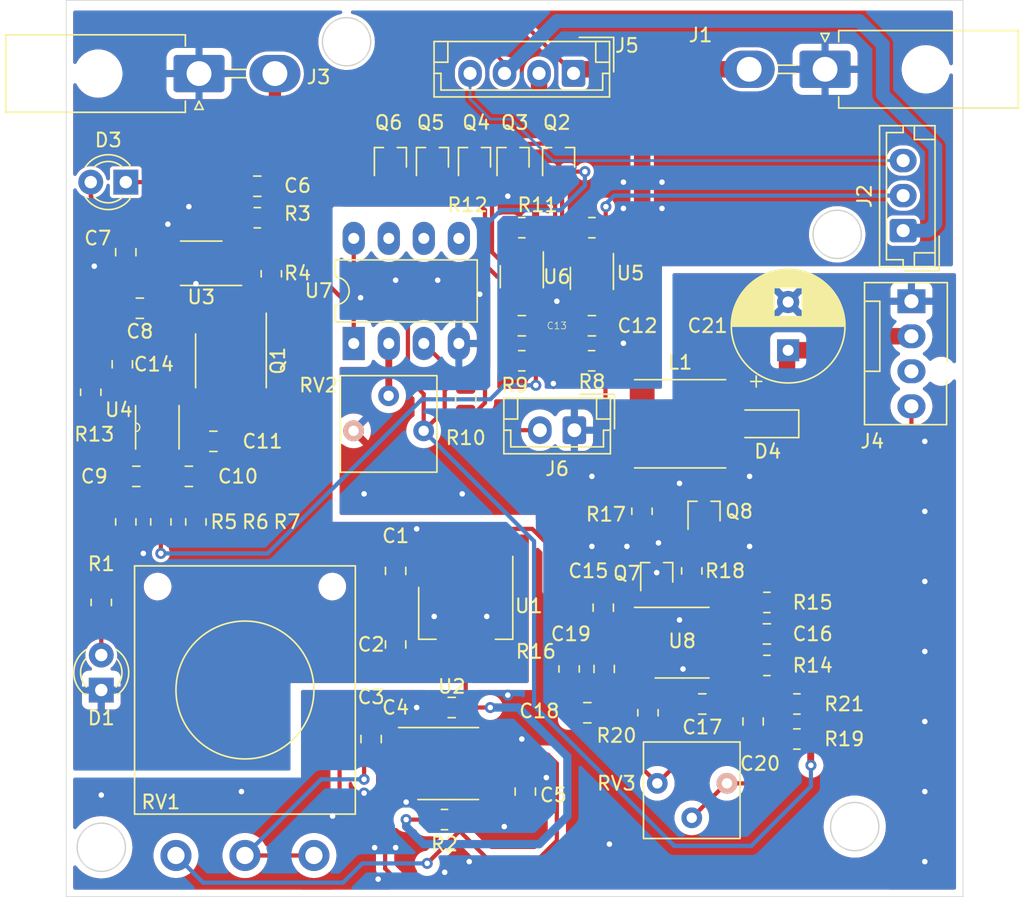
<source format=kicad_pcb>
(kicad_pcb (version 20211014) (generator pcbnew)
  (layers (0 "F.Cu" signal) (31 "B.Cu" signal) (34 "B.Paste" user) (35 "F.Paste" user) (36 "B.SilkS" user "B.Silkscreen") (37 "F.SilkS" user "F.Silkscreen") (38 "B.Mask" user) (39 "F.Mask" user) (44 "Edge.Cuts" user))
  (net 0 "")
  (net 1 "/SW_Batt +")
  (net 2 "GND")
  (net 3 "+5V")
  (net 4 "Net-(C3-Pad1)")
  (net 5 "/12V Boost converter/GND2")
  (net 6 "Net-(C5-Pad1)")
  (net 7 "/CHG +")
  (net 8 "Net-(C7-Pad1)")
  (net 9 "/Battery_protections/VC2")
  (net 10 "/Battery_protections/VC1")
  (net 11 "/Battery_protections/VC1_CB")
  (net 12 "Net-(C12-Pad2)")
  (net 13 "/12V Boost converter/FB")
  (net 14 "/12V Boost converter/COMP")
  (net 15 "/12V")
  (net 16 "Net-(D1-Pad2)")
  (net 17 "/Batt +")
  (net 18 "/Bal_batt -")
  (net 19 "/Bal_batt +")
  (net 21 "/5V_PWM")
  (net 22 "Net-(J6-Pad2)")
  (net 23 "/Battery_protections/CO_1")
  (net 24 "Net-(Q2-Pad3)")
  (net 25 "/Battery_protections/DO_1")
  (net 26 "Net-(Q4-Pad3)")
  (net 27 "/12V Boost converter/VO")
  (net 28 "Net-(R2-Pad2)")
  (net 29 "Net-(R3-Pad2)")
  (net 30 "Net-(R11-Pad1)")
  (net 31 "Net-(R12-Pad1)")
  (net 32 "Net-(RV2-Pad2)")
  (net 33 "Net-(U2-Pad11)")
  (net 40 "/Battery_protections/CO_2")
  (net 41 "/Battery_protections/DO_2")
  (net 42 "/Battery_protections/Bal_batt +")
  (net 43 "Net-(C11-Pad1)")
  (net 44 "Net-(C13-Pad2)")
  (net 45 "Net-(C14-Pad1)")
  (net 46 "Net-(C16-Pad2)")
  (net 47 "Net-(C17-Pad1)")
  (net 48 "Net-(C18-Pad2)")
  (net 49 "Net-(C20-Pad2)")
  (net 50 "Net-(D3-Pad1)")
  (net 51 "Net-(D4-Pad2)")
  (net 52 "Net-(R15-Pad2)")
  (net 53 "Net-(R19-Pad2)")
  (net 54 "Net-(U3-Pad8)")
  (net 55 "Net-(R4-Pad1)")
  (net 56 "Net-(Q3-Pad2)")
  (net 57 "Net-(Q5-Pad2)")
  (net 58 "Net-(Q7-Pad3)")
  (net 59 "Net-(Q6-Pad1)")
  (net 60 "/Bal_batt mid")
  (footprint "Package_SO:MSOP-8_3x3mm_P0.65mm" (layer "F.Cu") (at 82.241851 96.897987 180)
    (fp_text reference "U3")
    (fp_text value "MCP73844T-820I/MS")
  )
  (footprint "Capacitor_SMD:C_0805_2012Metric_Pad1.18x1.45mm_HandSolder" (layer "F.Cu") (at 123.240851 123.778336 180)
    (fp_text reference "C16")
    (fp_text value "100nF")
  )
  (footprint "Capacitor_SMD:C_0805_2012Metric_Pad1.18x1.45mm_HandSolder" (layer "F.Cu") (at 118.557851 128.858336 180)
    (fp_text reference "C17")
    (fp_text value "1uF")
  )
  (footprint "Resistor_SMD:R_0805_2012Metric_Pad1.20x1.40mm_HandSolder" (layer "F.Cu") (at 114.186851 114.879987 -90)
    (fp_text reference "R17")
    (fp_text value "10K")
  )
  (footprint "Resistor_SMD:R_0805_2012Metric_Pad1.20x1.40mm_HandSolder" (layer "F.Cu") (at 108.905851 126.318336 90)
    (fp_text reference "R16")
    (fp_text value "12K")
  )
  (footprint "Package_SO:SOIC-8_3.9x4.9mm_P1.27mm" (layer "F.Cu") (at 117.095851 124.413336)
    (fp_text reference "U8")
    (fp_text value "TL5001CDR")
  )
  (footprint "Connector_JST:JST_EH_B2B-EH-A_1x02_P2.50mm_Vertical" (layer "F.Cu") (at 109.286851 109.001987 180)
    (fp_text reference "J6")
    (fp_text value "thermistor")
  )
  (footprint "Capacitor_SMD:C_0805_2012Metric_Pad1.18x1.45mm_HandSolder" (layer "F.Cu") (at 111.445851 126.318336 90)
    (fp_text reference "C19")
    (fp_text value "120pF")
  )
  (footprint "Potentiometer_THT:CT6EP502" (layer "F.Cu") (at 117.795851 134.613336 -90)
    (fp_text reference "RV3")
    (fp_text value "5K")
  )
  (footprint "Connector:FanPinHeader_1x04_P2.54mm_Vertical" (layer "F.Cu") (at 133.716851 99.649987 -90)
    (fp_text reference "J4")
    (fp_text value "0470531000")
  )
  (footprint "My_footprints:BQ29209DRBR" (layer "F.Cu") (at 79.060851 108.793987 90)
    (fp_text reference "U4")
    (fp_text value "BQ29209DRBR" hide)
  )
  (footprint "Resistor_SMD:R_0805_2012Metric_Pad1.20x1.40mm_HandSolder" (layer "F.Cu") (at 110.540851 103.967987)
    (fp_text reference "R8")
    (fp_text value "330")
  )
  (footprint "Capacitor_SMD:C_0805_2012Metric_Pad1.18x1.45mm_HandSolder" (layer "F.Cu") (at 96.332851 119.207987 -90)
    (fp_text reference "C1")
    (fp_text value "1uF")
  )
  (footprint "Resistor_SMD:R_0805_2012Metric_Pad1.20x1.40mm_HandSolder" (layer "F.Cu") (at 105.476851 103.967987)
    (fp_text reference "R9")
    (fp_text value "330")
  )
  (footprint "LED_THT:LED_D3.0mm" (layer "F.Cu") (at 74.996851 127.848987 90)
    (fp_text reference "D1")
    (fp_text value "Green")
  )
  (footprint "Resistor_SMD:R_0805_2012Metric_Pad1.20x1.40mm_HandSolder" (layer "F.Cu") (at 87.321851 97.659987 90)
    (fp_text reference "R4")
    (fp_text value "0R110")
  )
  (footprint "Resistor_SMD:R_0805_2012Metric_Pad1.20x1.40mm_HandSolder" (layer "F.Cu") (at 101.412851 106.761987 90)
    (fp_text reference "R10")
    (fp_text value "22K")
  )
  (footprint "Capacitor_SMD:C_0805_2012Metric_Pad1.18x1.45mm_HandSolder" (layer "F.Cu") (at 100.396851 129.113987 180)
    (fp_text reference "C4")
    (fp_text value "100nF")
  )
  (footprint "Potentiometer_THT:PC16SH-10IP06-223A2020-TA" (layer "F.Cu") (at 80.410851 139.843487 -90)
    (fp_text reference "RV1")
    (fp_text value "22K")
  )
  (footprint "Package_TO_SOT_SMD:SOT-323_SC-70" (layer "F.Cu") (at 108.143851 89.235987 90)
    (fp_text reference "Q2")
    (fp_text value "SI2102A-TP")
  )
  (footprint "Resistor_SMD:R_0805_2012Metric_Pad1.20x1.40mm_HandSolder" (layer "F.Cu") (at 114.620851 129.493336 -90)
    (fp_text reference "R20")
    (fp_text value "2K7")
  )
  (footprint "Capacitor_SMD:C_0805_2012Metric_Pad1.18x1.45mm_HandSolder" (layer "F.Cu") (at 83.124851 109.809987)
    (fp_text reference "C11")
    (fp_text value "330nF")
  )
  (footprint "Capacitor_SMD:C_0805_2012Metric_Pad1.18x1.45mm_HandSolder" (layer "F.Cu") (at 111.380851 121.873336 -90)
    (fp_text reference "C15")
    (fp_text value "100nF")
  )
  (footprint "Resistor_SMD:R_0805_2012Metric_Pad1.20x1.40mm_HandSolder" (layer "F.Cu") (at 76.774851 115.651987 -90)
    (fp_text reference "R5")
    (fp_text value "261")
  )
  (footprint "Package_SO:TSSOP-14_4.4x5mm_P0.65mm" (layer "F.Cu") (at 100.142851 133.177987)
    (fp_text reference "U2")
    (fp_text value "TLC555CPWR")
  )
  (footprint "Package_TO_SOT_SMD:SOT-323_SC-70" (layer "F.Cu") (at 95.951851 89.235987 90)
    (fp_text reference "Q6")
    (fp_text value "SI2102A-TP")
  )
  (footprint "Capacitor_SMD:C_0805_2012Metric_Pad1.18x1.45mm_HandSolder" (layer "F.Cu") (at 105.476851 101.427987 180)
    (fp_text reference "C13")
    (fp_text value "100nF")
  )
  (footprint "Inductor_SMD:74404063101" (layer "F.Cu") (at 116.950851 108.538336)
    (fp_text reference "L1")
    (fp_text value "100uH")
  )
  (footprint "Resistor_SMD:R_0805_2012Metric_Pad1.20x1.40mm_HandSolder" (layer "F.Cu") (at 105.476851 94.315987)
    (fp_text reference "R12")
    (fp_text value "2K7")
  )
  (footprint "Capacitor_SMD:C_0805_2012Metric_Pad1.18x1.45mm_HandSolder" (layer "F.Cu") (at 81.346851 112.349987)
    (fp_text reference "C10")
    (fp_text value "100nF")
  )
  (footprint "Package_DIP:DIP-8_W7.62mm_LongPads" (layer "F.Cu") (at 93.294851 102.712987 90)
    (fp_text reference "U7")
    (fp_text value "LM358")
  )
  (footprint "Capacitor_SMD:C_0805_2012Metric_Pad1.18x1.45mm_HandSolder" (layer "F.Cu") (at 110.226651 129.493336 180)
    (fp_text reference "C18")
    (fp_text value "15nF")
  )
  (footprint "Resistor_SMD:R_0805_2012Metric_Pad1.20x1.40mm_HandSolder" (layer "F.Cu") (at 117.795851 119.206336 -90)
    (fp_text reference "R18")
    (fp_text value "10K")
  )
  (footprint "Capacitor_SMD:C_0805_2012Metric_Pad1.18x1.45mm_HandSolder" (layer "F.Cu") (at 76.774851 96.093987 -90)
    (fp_text reference "C7")
    (fp_text value "100nF")
  )
  (footprint "Package_TO_SOT_SMD:SOT-323_SC-70" (layer "F.Cu") (at 115.255851 119.333336 90)
    (fp_text reference "Q7")
    (fp_text value "SI2102A-TP")
  )
  (footprint "Capacitor_SMD:C_0805_2012Metric_Pad1.18x1.45mm_HandSolder" (layer "F.Cu") (at 122.240851 130.128336 90)
    (fp_text reference "C20")
    (fp_text value "10nF")
  )
  (footprint "Capacitor_SMD:C_0805_2012Metric_Pad1.18x1.45mm_HandSolder" (layer "F.Cu") (at 105.730851 135.209987 90)
    (fp_text reference "C5")
    (fp_text value "100nF")
  )
  (footprint "Resistor_SMD:R_0805_2012Metric_Pad1.20x1.40mm_HandSolder" (layer "F.Cu") (at 99.872851 137.241987)
    (fp_text reference "R2")
    (fp_text value "22K")
  )
  (footprint "Capacitor_SMD:C_0805_2012Metric_Pad1.18x1.45mm_HandSolder" (layer "F.Cu") (at 77.536851 112.349987)
    (fp_text reference "C9")
    (fp_text value "100nF")
  )
  (footprint "Resistor_SMD:R_0805_2012Metric_Pad1.20x1.40mm_HandSolder" (layer "F.Cu") (at 123.240851 126.064336 180)
    (fp_text reference "R14")
    (fp_text value "113K")
  )
  (footprint "Diode_SMD:CRS05(TE85L,Q,M)" (layer "F.Cu") (at 123.300851 108.538336 180)
    (fp_text reference "D4")
    (fp_text value "CRS05(TE85L,Q,M)")
  )
  (footprint "Resistor_SMD:R_0805_2012Metric_Pad1.20x1.40mm_HandSolder" (layer "F.Cu") (at 123.240851 121.492336 180)
    (fp_text reference "R15")
    (fp_text value "100K")
  )
  (footprint "Resistor_SMD:R_0805_2012Metric_Pad1.20x1.40mm_HandSolder" (layer "F.Cu") (at 125.415851 131.398336 180)
    (fp_text reference "R19")
    (fp_text value "27K")
  )
  (footprint "Resistor_SMD:R_0805_2012Metric_Pad1.20x1.40mm_HandSolder" (layer "F.Cu") (at 74.996851 121.493987 90)
    (fp_text reference "R1")
    (fp_text value "510")
  )
  (footprint "Package_TO_SOT_SMD:SOT-323_SC-70" (layer "F.Cu") (at 118.684851 114.888336 90)
    (fp_text reference "Q8")
    (fp_text value "SI2102A-TP")
  )
  (footprint "Package_SO:SOIC-8_3.9x4.9mm_P1.27mm" (layer "F.Cu") (at 84.394851 103.967987 -90)
    (fp_text reference "Q1")
    (fp_text value "IRF7404")
  )
  (footprint "LED_THT:LED_D3.0mm" (layer "F.Cu") (at 76.774851 91.013987 180)
    (fp_text reference "D3")
    (fp_text value "Yellow")
  )
  (footprint "Connector_JST:JST_EH_B3B-EH-A_1x03_P2.50mm_Vertical" (layer "F.Cu") (at 133.116851 94.529987 90)
    (fp_text reference "J2")
    (fp_text value "B3B-XH-AM(LF)(SN)")
  )
  (footprint "Capacitor_SMD:C_0805_2012Metric_Pad1.18x1.45mm_HandSolder" (layer "F.Cu") (at 86.305851 91.309987 180)
    (fp_text reference "C6")
    (fp_text value "10uF")
  )
  (footprint "Resistor_SMD:R_0805_2012Metric_Pad1.20x1.40mm_HandSolder" (layer "F.Cu") (at 110.556851 94.315987)
    (fp_text reference "R11")
    (fp_text value "2K7")
  )
  (footprint "Resistor_SMD:R_0805_2012Metric_Pad1.20x1.40mm_HandSolder" (layer "F.Cu") (at 86.305851 93.595987 180)
    (fp_text reference "R3")
    (fp_text value "10K")
  )
  (footprint "Capacitor_SMD:C_0805_2012Metric_Pad1.18x1.45mm_HandSolder" (layer "F.Cu") (at 77.790851 100.157987 180)
    (fp_text reference "C8")
    (fp_text value "10uF")
  )
  (footprint "Resistor_SMD:R_0805_2012Metric_Pad1.20x1.40mm_HandSolder" (layer "F.Cu") (at 74.234851 106.253987 -90)
    (fp_text reference "R13")
    (fp_text value "100")
  )
  (footprint "Package_TO_SOT_SMD:SOT-323_SC-70" (layer "F.Cu") (at 102.047851 89.235987 90)
    (fp_text reference "Q4")
    (fp_text value "SI2102A-TP")
  )
  (footprint "Package_TO_SOT_SMD:SOT-323_SC-70" (layer "F.Cu") (at 104.841851 89.235987 90)
    (fp_text reference "Q3")
    (fp_text value "SI2102A-TP")
  )
  (footprint "Package_TO_SOT_SMD:SOT-323_SC-70" (layer "F.Cu") (at 98.999851 89.235987 90)
    (fp_text reference "Q5")
    (fp_text value "SI2102A-TP")
  )
  (footprint "Capacitor_SMD:C_0805_2012Metric_Pad1.18x1.45mm_HandSolder" (layer "F.Cu") (at 94.554851 131.399987 90)
    (fp_text reference "C3")
    (fp_text value "1nF")
  )
  (footprint "Resistor_SMD:R_0805_2012Metric_Pad1.20x1.40mm_HandSolder" (layer "F.Cu") (at 81.854851 115.651987 -90)
    (fp_text reference "R7")
    (fp_text value "442")
  )
  (footprint "Capacitor_SMD:C_0805_2012Metric_Pad1.18x1.45mm_HandSolder" (layer "F.Cu") (at 76.520851 104.221987 90)
    (fp_text reference "C14")
    (fp_text value "100nF")
  )
  (footprint "Package_TO_SOT_SMD:SOT-23-6" (layer "F.Cu") (at 110.556851 97.993487 -90)
    (fp_text reference "U5")
    (fp_text value "AP9101CK6")
  )
  (footprint "Capacitor_SMD:C_0805_2012Metric_Pad1.18x1.45mm_HandSolder" (layer "F.Cu") (at 110.556851 101.427987 180)
    (fp_text reference "C12")
    (fp_text value "100nF")
  )
  (footprint "Resistor_SMD:R_0805_2012Metric_Pad1.20x1.40mm_HandSolder" (layer "F.Cu") (at 79.314851 115.651987 -90)
    (fp_text reference "R6")
    (fp_text value "261")
  )
  (footprint "Potentiometer_THT:3362P-1-223LF" (layer "F.Cu") (at 95.824851 109.047987 90)
    (fp_text reference "RV2")
    (fp_text value "22K")
  )
  (footprint "Connector_Molex:Molex_Mini-Fit_Jr_5569-02A2_2x01_P4.20mm_Horizontal" (layer "F.Cu") (at 127.456851 82.829987 -90)
    (fp_text reference "J1")
    (fp_text value "0039301020")
  )
  (footprint "Capacitor_THT:CP_Radial_D8.0mm_P3.50mm" (layer "F.Cu") (at 124.780851 103.207638 90)
    (fp_text reference "C21")
    (fp_text value "180uF")
  )
  (footprint "Package_TO_SOT_SMD:SOT-223-3_TabPin2" (layer "F.Cu") (at 101.412851 122.255987 -90)
    (fp_text reference "U1")
    (fp_text value "LDL1117S50R")
  )
  (footprint "Capacitor_SMD:C_0805_2012Metric_Pad1.18x1.45mm_HandSolder" (layer "F.Cu") (at 96.332851 124.541987 90)
    (fp_text reference "C2")
    (fp_text value "4.7uF")
  )
  (footprint "Package_TO_SOT_SMD:SOT-23-6" (layer "F.Cu") (at 105.476851 97.871987 -90)
    (fp_text reference "U6")
    (fp_text value "AP9101CK6")
  )
  (footprint "Resistor_SMD:R_0805_2012Metric_Pad1.20x1.40mm_HandSolder" (layer "F.Cu") (at 125.415851 128.858336 180)
    (fp_text reference "R21")
    (fp_text value "200R")
  )
  (footprint "Connector_Molex:Molex_Mini-Fit_Jr_5569-02A2_2x01_P4.20mm_Horizontal" (layer "F.Cu") (at 82.081851 83.139987 90)
    (fp_text reference "J3")
    (fp_text value "0039301020")
  )
  (footprint "Connector_JST:JST_EH_B4B-EH-A_1x04_P2.50mm_Vertical" (layer "F.Cu") (at 109.226851 83.125987 180)
    (fp_text reference "J5")
    (fp_text value "4pin JST")
  )
  (gr_circle (center 128.336851 94.799987) (end 130.086851 94.799987) (layer "Edge.Cuts") (width 0.1) (fill none))
  (gr_circle (center 74.996851 139.249987) (end 76.746851 139.249987) (layer "Edge.Cuts") (width 0.1) (fill none))
  (gr_circle (center 92.776851 80.829987) (end 94.526851 80.829987) (layer "Edge.Cuts") (width 0.1) (fill none))
  (gr_circle (center 129.606851 137.749987) (end 131.356851 137.749987) (layer "Edge.Cuts") (width 0.1) (fill none))
  (gr_rect (start 72.456851 77.829987) (end 137.456851 142.829987) (layer "Edge.Cuts") (width 0.05) (fill none))
  (segment (start 116.144851 116.667987) (end 116.144851 114.381987) (width 0.3048) (layer "F.Cu") (net 1))
  (segment (start 92.776851 122.001987) (end 78.044851 122.001987) (width 0.3048) (layer "F.Cu") (net 1))
  (segment (start 112.5872 119.206336) (end 112.5872 123.778336) (width 0.3048) (layer "F.Cu") (net 1))
  (segment (start 108.016851 86.314987) (end 113.096851 86.314987) (width 1.1938) (layer "F.Cu") (net 1))
  (segment (start 115.636851 113.873987) (end 114.192851 113.873987) (width 0.3048) (layer "F.Cu") (net 1))
  (segment (start 74.234851 113.619987) (end 74.996851 114.381987) (width 0.3048) (layer "F.Cu") (net 1))
  (segment (start 114.200851 113.865987) (end 114.200851 108.538336) (width 0.3048) (layer "F.Cu") (net 1))
  (segment (start 111.380851 122.910836) (end 112.248351 123.778336) (width 0.3048) (layer "F.Cu") (net 1))
  (segment (start 111.540851 103.967987) (end 111.540851 108.253987) (width 0.3048) (layer "F.Cu") (net 1))
  (segment (start 74.996851 114.381987) (end 74.996851 120.493987) (width 0.3048) (layer "F.Cu") (net 1))
  (segment (start 99.888851 116.159987) (end 99.112851 116.935987) (width 0.3048) (layer "F.Cu") (net 1))
  (segment (start 109.9417 122.910836) (end 107.635851 120.604987) (width 0.3048) (layer "F.Cu") (net 1))
  (segment (start 106.726851 83.125987) (end 106.726851 85.024987) (width 1.1938) (layer "F.Cu") (net 1))
  (segment (start 117.795851 118.206336) (end 117.6832 118.206336) (width 0.3048) (layer "F.Cu") (net 1))
  (segment (start 76.520851 120.477987) (end 75.012851 120.477987) (width 0.3048) (layer "F.Cu") (net 1))
  (segment (start 78.044851 122.001987) (end 76.520851 120.477987) (width 0.3048) (layer "F.Cu") (net 1))
  (segment (start 75.012851 120.477987) (end 74.996851 120.493987) (width 0.3048) (layer "F.Cu") (net 1))
  (segment (start 112.5872 123.778336) (end 112.844502 123.778336) (width 0.3048) (layer "F.Cu") (net 1))
  (segment (start 114.200851 87.418987) (end 114.200851 108.538336) (width 1.1938) (layer "F.Cu") (net 1))
  (segment (start 96.311351 118.191987) (end 94.808851 118.191987) (width 0.3048) (layer "F.Cu") (net 1))
  (segment (start 107.635851 117.556987) (end 106.238851 116.159987) (width 0.3048) (layer "F.Cu") (net 1))
  (segment (start 114.186851 113.879987) (end 112.836851 113.879987) (width 0.3048) (layer "F.Cu") (net 1))
  (segment (start 99.112851 116.935987) (end 99.112851 119.105987) (width 0.3048) (layer "F.Cu") (net 1))
  (segment (start 112.844502 123.778336) (end 114.620851 123.778336) (width 0.3048) (layer "F.Cu") (net 1))
  (segment (start 111.826851 108.539987) (end 111.828502 108.538336) (width 0.3048) (layer "F.Cu") (net 1))
  (segment (start 114.192851 113.873987) (end 114.186851 113.879987) (width 0.3048) (layer "F.Cu") (net 1))
  (segment (start 117.6832 118.206336) (end 116.144851 116.667987) (width 0.3048) (layer "F.Cu") (net 1))
  (segment (start 116.144851 114.381987) (end 115.636851 113.873987) (width 0.3048) (layer "F.Cu") (net 1))
  (segment (start 111.828502 108.538336) (end 114.200851 108.538336) (width 0.3048) (layer "F.Cu") (net 1))
  (segment (start 112.080851 118.699987) (end 112.5872 119.206336) (width 0.3048) (layer "F.Cu") (net 1))
  (segment (start 74.234851 107.253987) (end 74.234851 113.619987) (width 0.3048) (layer "F.Cu") (net 1))
  (segment (start 112.248351 123.778336) (end 112.5872 123.778336) (width 0.3048) (layer "F.Cu") (net 1))
  (segment (start 94.808851 118.191987) (end 93.538851 119.461987) (width 0.3048) (layer "F.Cu") (net 1))
  (segment (start 93.538851 121.239987) (end 92.776851 122.001987) (width 0.3048) (layer "F.Cu") (net 1))
  (segment (start 107.635851 120.604987) (end 107.635851 117.556987) (width 0.3048) (layer "F.Cu") (net 1))
  (segment (start 112.080851 114.635987) (end 112.080851 118.699987) (width 0.3048) (layer "F.Cu") (net 1))
  (segment (start 113.096851 86.314987) (end 114.200851 87.418987) (width 1.1938) (layer "F.Cu") (net 1))
  (segment (start 96.332851 118.170487) (end 97.268351 119.105987) (width 0.3048) (layer "F.Cu") (net 1))
  (segment (start 93.538851 119.461987) (end 93.538851 121.239987) (width 0.3048) (layer "F.Cu") (net 1))
  (segment (start 111.540851 108.253987) (end 111.826851 108.539987) (width 0.3048) (layer "F.Cu") (net 1))
  (segment (start 114.186851 113.879987) (end 114.200851 113.865987) (width 0.3048) (layer "F.Cu") (net 1))
  (segment (start 111.380851 122.910836) (end 109.9417 122.910836) (width 0.3048) (layer "F.Cu") (net 1))
  (segment (start 96.332851 118.170487) (end 96.311351 118.191987) (width 0.3048) (layer "F.Cu") (net 1))
  (segment (start 106.238851 116.159987) (end 99.888851 116.159987) (width 0.3048) (layer "F.Cu") (net 1))
  (segment (start 106.726851 85.024987) (end 108.016851 86.314987) (width 1.1938) (layer "F.Cu") (net 1))
  (segment (start 112.836851 113.879987) (end 112.080851 114.635987) (width 0.3048) (layer "F.Cu") (net 1))
  (segment (start 97.268351 119.105987) (end 99.112851 119.105987) (width 0.3048) (layer "F.Cu") (net 1))
  (via (at 112.842851 92.918987) (size 0.8) (drill 0.4) (layers "F.Cu" "B.Cu") (net 2))
  (via (at 108.016851 99.649987) (size 0.8) (drill 0.4) (layers "F.Cu" "B.Cu") (net 2))
  (via (at 81.854851 98.379987) (size 0.8) (drill 0.4) (layers "F.Cu" "B.Cu") (net 2))
  (via (at 74.488851 97.109987) (size 0.8) (drill 0.4) (layers "F.Cu" "B.Cu") (net 2))
  (via (at 107.762851 105.618987) (size 0.8) (drill 0.4) (layers "F.Cu" "B.Cu") (net 2))
  (via (at 81.346851 92.791987) (size 0.8) (drill 0.4) (layers "F.Cu" "B.Cu") (net 2))
  (via (at 115.636851 91.013987) (size 0.8) (drill 0.4) (layers "F.Cu" "B.Cu") (net 2))
  (via (at 115.636851 92.918987) (size 0.8) (drill 0.4) (layers "F.Cu" "B.Cu") (net 2))
  (via (at 79.822851 94.061987) (size 0.8) (drill 0.4) (layers "F.Cu" "B.Cu") (net 2))
  (via (at 104.460851 92.029987) (size 0.8) (drill 0.4) (layers "F.Cu" "B.Cu") (net 2))
  (via (at 78.044851 117.937987) (size 0.8) (drill 0.4) (layers "F.Cu" "B.Cu") (net 2))
  (via (at 112.842851 91.013987) (size 0.8) (drill 0.4) (layers "F.Cu" "B.Cu") (net 2))
  (via (at 97.856851 116.159987) (size 0.8) (drill 0.4) (layers "F.Cu" "B.Cu") (net 2))
  (via (at 102.936851 122.509987) (size 0.8) (drill 0.4) (layers "F.Cu" "B.Cu") (net 2))
  (via (at 112.842851 102.697987) (size 0.8) (drill 0.4) (layers "F.Cu" "B.Cu") (net 2))
  (via (at 99.126851 122.509987) (size 0.8) (drill 0.4) (layers "F.Cu" "B.Cu") (net 2))
  (segment (start 98.872851 137.241987) (end 97.094851 137.241987) (width 0.3048) (layer "F.Cu") (net 3))
  (segment (start 101.412851 119.105987) (end 101.412851 125.405987) (width 0.75) (layer "F.Cu") (net 3))
  (segment (start 97.280351 135.127987) (end 98.282851 135.127987) (width 0.3048) (layer "F.Cu") (net 3))
  (segment (start 98.872851 135.717987) (end 98.872851 137.241987) (width 0.3048) (layer "F.Cu") (net 3))
  (segment (start 101.434351 130.659487) (end 102.002851 131.227987) (width 0.3048) (layer "F.Cu") (net 3))
  (segment (start 101.412851 129.092487) (end 101.434351 129.113987) (width 0.3048) (layer "F.Cu") (net 3))
  (segment (start 101.434351 129.113987) (end 103.190851 129.113987) (width 0.3048) (layer "F.Cu") (net 3))
  (segment (start 102.002851 131.227987) (end 103.005351 131.227987) (width 0.3048) (layer "F.Cu") (net 3))
  (segment (start 96.332851 125.579487) (end 96.506351 125.405987) (width 0.3048) (layer "F.Cu") (net 3))
  (segment (start 101.412851 125.405987) (end 101.412851 129.092487) (width 0.3048) (layer "F.Cu") (net 3))
  (segment (start 98.282851 135.127987) (end 98.872851 135.717987) (width 0.3048) (layer "F.Cu") (net 3))
  (segment (start 96.506351 125.405987) (end 101.412851 125.405987) (width 0.3048) (layer "F.Cu") (net 3))
  (segment (start 101.434351 129.113987) (end 101.434351 130.659487) (width 0.3048) (layer "F.Cu") (net 3))
  (via (at 103.190851 129.113987) (size 0.8) (drill 0.4) (layers "F.Cu" "B.Cu") (net 3))
  (via (at 97.094851 137.241987) (size 0.8) (drill 0.4) (layers "F.Cu" "B.Cu") (net 3))
  (segment (start 97.094851 137.241987) (end 97.094851 137.749987) (width 0.6) (layer "B.Cu") (net 3))
  (segment (start 108.778851 136.987987) (end 108.778851 132.669987) (width 0.6) (layer "B.Cu") (net 3))
  (segment (start 108.778851 132.669987) (end 105.222851 129.113987) (width 0.6) (layer "B.Cu") (net 3))
  (segment (start 106.746851 139.019987) (end 108.778851 136.987987) (width 0.6) (layer "B.Cu") (net 3))
  (segment (start 98.364851 139.019987) (end 106.746851 139.019987) (width 0.6) (layer "B.Cu") (net 3))
  (segment (start 105.222851 129.113987) (end 103.190851 129.113987) (width 0.6) (layer "B.Cu") (net 3))
  (segment (start 97.094851 137.749987) (end 98.364851 139.019987) (width 0.6) (layer "B.Cu") (net 3))
  (segment (start 94.645351 132.527987) (end 94.554851 132.437487) (width 0.3048) (layer "F.Cu") (net 4))
  (segment (start 97.280351 132.527987) (end 94.645351 132.527987) (width 0.3048) (layer "F.Cu") (net 4))
  (segment (start 100.792851 133.827987) (end 103.005351 133.827987) (width 0.3048) (layer "F.Cu") (net 4))
  (segment (start 94.046851 134.320987) (end 94.046851 132.945487) (width 0.3048) (layer "F.Cu") (net 4))
  (segment (start 97.280351 132.527987) (end 99.492851 132.527987) (width 0.3048) (layer "F.Cu") (net 4))
  (segment (start 99.492851 132.527987) (end 100.792851 133.827987) (width 0.3048) (layer "F.Cu") (net 4))
  (segment (start 94.046851 132.945487) (end 94.554851 132.437487) (width 0.3048) (layer "F.Cu") (net 4))
  (segment (start 90.410851 139.843487) (end 85.410851 139.843487) (width 0.3048) (layer "F.Cu") (net 4))
  (via (at 94.046851 134.320987) (size 0.8) (drill 0.4) (layers "F.Cu" "B.Cu") (net 4))
  (segment (start 94.046851 134.320987) (end 90.933351 134.320987) (width 0.3048) (layer "B.Cu") (net 4))
  (segment (start 90.933351 134.320987) (end 85.410851 139.843487) (width 0.3048) (layer "B.Cu") (net 4))
  (segment (start 108.809851 90.251987) (end 108.793851 90.235987) (width 0.3048) (layer "F.Cu") (net 5))
  (segment (start 110.048851 90.251987) (end 108.809851 90.251987) (width 0.3048) (layer "F.Cu") (net 5))
  (segment (start 119.334851 115.888336) (end 119.334851 115.763987) (width 0.3048) (layer "F.Cu") (net 5))
  (segment (start 133.6592 99.707638) (end 133.716851 99.649987) (width 0.508) (layer "F.Cu") (net 5))
  (via (at 121.986851 112.349987) (size 0.8) (drill 0.4) (layers "F.Cu" "B.Cu") (net 5))
  (via (at 115.255851 119.333336) (size 0.8) (drill 0.4) (layers "F.Cu" "B.Cu") (net 5))
  (via (at 110.556851 112.349987) (size 0.8) (drill 0.4) (layers "F.Cu" "B.Cu") (net 5))
  (via (at 116.906851 122.763987) (size 0.8) (drill 0.4) (layers "F.Cu" "B.Cu") (net 5))
  (via (at 74.996851 135.463987) (size 0.8) (drill 0.4) (layers "F.Cu" "B.Cu") (net 5))
  (via (at 117.160851 126.319987) (size 0.8) (drill 0.4) (layers "F.Cu" "B.Cu") (net 5))
  (via (at 105.476851 131.399987) (size 0.8) (drill 0.4) (layers "F.Cu" "B.Cu") (net 5))
  (via (at 94.046851 135.32049) (size 0.8) (drill 0.4) (layers "F.Cu" "B.Cu") (net 5))
  (via (at 101.158851 113.619987) (size 0.8) (drill 0.4) (layers "F.Cu" "B.Cu") (net 5))
  (via (at 110.048851 90.251987) (size 0.8) (drill 0.4) (layers "F.Cu" "B.Cu") (net 5))
  (via (at 134.686851 119.969987) (size 0.8) (drill 0.4) (layers "F.Cu" "B.Cu") (net 5))
  (via (at 96.332851 139.273987) (size 0.8) (drill 0.4) (layers "F.Cu" "B.Cu") (net 5))
  (via (at 96.332851 98.125987) (size 0.8) (drill 0.4) (layers "F.Cu" "B.Cu") (net 5))
  (via (at 97.856851 129.113987) (size 0.8) (drill 0.4) (layers "F.Cu" "B.Cu") (net 5))
  (via (at 104.206851 137.749987) (size 0.8) (drill 0.4) (layers "F.Cu" "B.Cu") (net 5))
  (via (at 94.046851 113.619987) (size 0.8) (drill 0.4) (layers "F.Cu" "B.Cu") (net 5))
  (via (at 99.380851 98.125987) (size 0.8) (drill 0.4) (layers "F.Cu" "B.Cu") (net 5))
  (via (at 91.760851 136.987987) (size 0.8) (drill 0.4) (layers "F.Cu" "B.Cu") (net 5))
  (via (at 101.666851 140.289987) (size 0.8) (drill 0.4) (layers "F.Cu" "B.Cu") (net 5))
  (via (at 97.094851 135.971987) (size 0.8) (drill 0.4) (layers "F.Cu" "B.Cu") (net 5))
  (via (at 104.460851 128.214487) (size 0.8) (drill 0.4) (layers "F.Cu" "B.Cu") (net 5))
  (via (at 121.986851 117.429987) (size 0.8) (drill 0.4) (layers "F.Cu" "B.Cu") (net 5))
  (via (at 93.792851 99.395987) (size 0.8) (drill 0.4) (layers "F.Cu" "B.Cu") (net 5))
  (via (at 111.826851 139.019987) (size 0.8) (drill 0.4) (layers "F.Cu" "B.Cu") (net 5))
  (via (at 85.156851 135.209987) (size 0.8) (drill 0.4) (layers "F.Cu" "B.Cu") (net 5))
  (via (at 134.686851 109.809987) (size 0.8) (drill 0.4) (layers "F.Cu" "B.Cu") (net 5))
  (via (at 95.062851 141.559987) (size 0.8) (drill 0.4) (layers "F.Cu" "B.Cu") (net 5))
  (via (at 134.686851 130.129987) (size 0.8) (drill 0.4) (layers "F.Cu" "B.Cu") (net 5))
  (via (at 102.428851 99.141987) (size 0.8) (drill 0.4) (layers "F.Cu" "B.Cu") (net 5))
  (via (at 134.686851 135.209987) (size 0.8) (drill 0.4) (layers "F.Cu" "B.Cu") (net 5))
  (via (at 110.556851 117.429987) (size 0.8) (drill 0.4) (layers "F.Cu" "B.Cu") (net 5))
  (via (at 116.906851 112.857987) (size 0.8) (drill 0.4) (layers "F.Cu" "B.Cu") (net 5))
  (via (at 107.254851 134.193987) (size 0.8) (drill 0.4) (layers "F.Cu" "B.Cu") (net 5))
  (via (at 134.686851 114.889987) (size 0.8) (drill 0.4) (layers "F.Cu" "B.Cu") (net 5))
  (via (at 115.382851 117.175987) (size 0.8) (drill 0.4) (layers "F.Cu" "B.Cu") (net 5))
  (via (at 99.888851 141.062087) (size 0.8) (drill 0.4) (layers "F.Cu" "B.Cu") (net 5))
  (via (at 134.686851 125.049987) (size 0.8) (drill 0.4) (layers "F.Cu" "B.Cu") (net 5))
  (via (at 113.096851 117.429987) (size 0.8) (drill 0.4) (layers "F.Cu" "B.Cu") (net 5))
  (via (at 134.686851 140.289987) (size 0.8) (drill 0.4) (layers "F.Cu" "B.Cu") (net 5))
  (via (at 94.808851 139.273987) (size 0.8) (drill 0.4) (layers "F.Cu" "B.Cu") (net 5))
  (segment (start 102.936851 97.363987) (end 102.936851 94.061987) (width 0.3048) (layer "B.Cu") (net 5))
  (segment (start 110.048851 91.267987) (end 110.048851 90.251987) (width 0.3048) (layer "B.Cu") (net 5))
  (segment (start 103.952851 93.045987) (end 108.270851 93.045987) (width 0.3048) (layer "B.Cu") (net 5))
  (segment (start 102.936851 94.061987) (end 103.952851 93.045987) (width 0.3048) (layer "B.Cu") (net 5))
  (segment (start 100.914851 102.712987) (end 100.914851 99.385987) (width 0.3048) (layer "B.Cu") (net 5))
  (segment (start 100.914851 99.385987) (end 102.936851 97.363987) (width 0.3048) (layer "B.Cu") (net 5))
  (segment (start 108.270851 93.045987) (end 110.048851 91.267987) (width 0.3048) (layer "B.Cu") (net 5))
  (segment (start 103.005351 135.532487) (end 103.005351 135.127987) (width 0.3048) (layer "F.Cu") (net 6))
  (segment (start 103.720351 136.247487) (end 103.005351 135.532487) (width 0.3048) (layer "F.Cu") (net 6))
  (segment (start 105.730851 136.247487) (end 103.720351 136.247487) (width 0.3048) (layer "F.Cu") (net 6))
  (segment (start 87.305851 93.595987) (end 87.305851 96.643987) (width 0.889) (layer "F.Cu") (net 7))
  (segment (start 87.305851 96.643987) (end 87.321851 96.659987) (width 0.889) (layer "F.Cu") (net 7))
  (segment (start 74.996851 92.791987) (end 80.076851 92.791987) (width 0.3048) (layer "F.Cu") (net 7))
  (segment (start 81.854851 94.569987) (end 81.854851 96.601987) (width 0.3048) (layer "F.Cu") (net 7))
  (segment (start 87.581851 85.667987) (end 87.315851 85.933987) (width 0.889) (layer "F.Cu") (net 7))
  (segment (start 87.315851 85.933987) (end 87.315851 91.282487) (width 0.889) (layer "F.Cu") (net 7))
  (segment (start 87.305851 93.595987) (end 87.305851 91.347487) (width 0.889) (layer "F.Cu") (net 7))
  (segment (start 74.234851 92.029987) (end 74.996851 92.791987) (width 0.3048) (layer "F.Cu") (net 7))
  (segment (start 87.321851 96.659987) (end 86.758851 97.222987) (width 0.3048) (layer "F.Cu") (net 7))
  (segment (start 87.305851 91.347487) (end 87.343351 91.309987) (width 0.889) (layer "F.Cu") (net 7))
  (segment (start 81.854851 96.601987) (end 82.475851 97.222987) (width 0.3048) (layer "F.Cu") (net 7))
  (segment (start 87.581851 83.139987) (end 87.581851 85.667987) (width 0.889) (layer "F.Cu") (net 7))
  (segment (start 86.758851 97.222987) (end 84.354351 97.222987) (width 0.3048) (layer "F.Cu") (net 7))
  (segment (start 80.076851 92.791987) (end 81.854851 94.569987) (width 0.3048) (layer "F.Cu") (net 7))
  (segment (start 82.475851 97.222987) (end 84.354351 97.222987) (width 0.3048) (layer "F.Cu") (net 7))
  (segment (start 74.234851 91.013987) (end 74.234851 92.029987) (width 0.3048) (layer "F.Cu") (net 7))
  (segment (start 87.315851 91.282487) (end 87.343351 91.309987) (width 0.889) (layer "F.Cu") (net 7))
  (segment (start 79.016851 95.922987) (end 78.150351 95.056487) (width 0.3048) (layer "F.Cu") (net 8))
  (segment (start 78.150351 95.056487) (end 77.028851 95.056487) (width 0.3048) (layer "F.Cu") (net 8))
  (segment (start 80.129351 95.922987) (end 79.016851 95.922987) (width 0.3048) (layer "F.Cu") (net 8))
  (segment (start 77.44285 110.268988) (end 78.085852 110.268988) (width 0.3048) (layer "F.Cu") (net 9))
  (segment (start 76.774851 112.625487) (end 76.499351 112.349987) (width 0.3048) (layer "F.Cu") (net 9))
  (segment (start 77.149851 110.561987) (end 77.44285 110.268988) (width 0.3048) (layer "F.Cu") (net 9))
  (segment (start 77.149851 111.699487) (end 77.149851 110.561987) (width 0.3048) (layer "F.Cu") (net 9))
  (segment (start 76.774851 114.651987) (end 76.774851 112.625487) (width 0.3048) (layer "F.Cu") (net 9))
  (segment (start 76.499351 112.349987) (end 77.149851 111.699487) (width 0.3048) (layer "F.Cu") (net 9))
  (segment (start 78.73585 110.268988) (end 78.73585 112.188488) (width 0.3048) (layer "F.Cu") (net 10))
  (segment (start 78.546851 113.482987) (end 78.546851 112.377487) (width 0.3048) (layer "F.Cu") (net 10))
  (segment (start 78.73585 112.188488) (end 78.574351 112.349987) (width 0.3048) (layer "F.Cu") (net 10))
  (segment (start 79.314851 114.651987) (end 79.314851 114.250987) (width 0.3048) (layer "F.Cu") (net 10))
  (segment (start 79.314851 114.250987) (end 78.546851 113.482987) (width 0.3048) (layer "F.Cu") (net 10))
  (segment (start 78.546851 112.377487) (end 78.574351 112.349987) (width 0.3048) (layer "F.Cu") (net 10))
  (segment (start 80.309351 112.349987) (end 78.574351 112.349987) (width 0.3048) (layer "F.Cu") (net 10))
  (segment (start 79.385852 110.268988) (end 79.385852 110.765988) (width 0.3048) (layer "F.Cu") (net 11))
  (segment (start 79.816851 111.196987) (end 81.848851 111.196987) (width 0.3048) (layer "F.Cu") (net 11))
  (segment (start 81.854851 114.111987) (end 82.384351 113.582487) (width 0.3048) (layer "F.Cu") (net 11))
  (segment (start 82.384351 113.582487) (end 82.384351 112.349987) (width 0.3048) (layer "F.Cu") (net 11))
  (segment (start 81.854851 114.651987) (end 81.854851 114.111987) (width 0.3048) (layer "F.Cu") (net 11))
  (segment (start 81.848851 111.196987) (end 82.384351 111.732487) (width 0.3048) (layer "F.Cu") (net 11))
  (segment (start 79.385852 110.765988) (end 79.816851 111.196987) (width 0.3048) (layer "F.Cu") (net 11))
  (segment (start 82.384351 111.732487) (end 82.384351 112.349987) (width 0.3048) (layer "F.Cu") (net 11))
  (segment (start 110.175851 100.411987) (end 109.667851 100.411987) (width 0.3048) (layer "F.Cu") (net 12))
  (segment (start 110.556851 99.130987) (end 110.556851 100.030987) (width 0.3048) (layer "F.Cu") (net 12))
  (segment (start 109.540851 103.967987) (end 109.540851 101.449487) (width 0.3048) (layer "F.Cu") (net 12))
  (segment (start 109.519351 100.560487) (end 109.519351 101.427987) (width 0.3048) (layer "F.Cu") (net 12))
  (segment (start 109.667851 100.411987) (end 109.519351 100.560487) (width 0.3048) (layer "F.Cu") (net 12))
  (segment (start 110.556851 100.030987) (end 110.175851 100.411987) (width 0.3048) (layer "F.Cu") (net 12))
  (segment (start 109.540851 101.449487) (end 109.519351 101.427987) (width 0.3048) (layer "F.Cu") (net 12))
  (segment (start 111.445851 127.355836) (end 112.442002 127.355836) (width 0.3048) (layer "F.Cu") (net 13))
  (segment (start 112.969851 132.287336) (end 115.295851 134.613336) (width 0.3048) (layer "F.Cu") (net 13))
  (segment (start 115.295851 134.613336) (end 118.743351 131.165836) (width 0.3048) (layer "F.Cu") (net 13))
  (segment (start 114.620851 128.493336) (end 114.606502 128.478987) (width 0.3048) (layer "F.Cu") (net 13))
  (segment (start 112.842851 126.573987) (end 113.098502 126.318336) (width 0.3048) (layer "F.Cu") (net 13))
  (segment (start 118.743351 131.165836) (end 122.240851 131.165836) (width 0.3048) (layer "F.Cu") (net 13))
  (segment (start 114.606502 128.478987) (end 113.477851 128.478987) (width 0.3048) (layer "F.Cu") (net 13))
  (segment (start 113.098502 126.318336) (end 114.620851 126.318336) (width 0.3048) (layer "F.Cu") (net 13))
  (segment (start 114.620851 126.318336) (end 114.620851 128.493336) (width 0.3048) (layer "F.Cu") (net 13))
  (segment (start 112.842851 126.954987) (end 112.842851 126.573987) (width 0.3048) (layer "F.Cu") (net 13))
  (segment (start 113.477851 128.478987) (end 112.969851 128.986987) (width 0.3048) (layer "F.Cu") (net 13))
  (segment (start 111.264151 128.660687) (end 111.445851 128.478987) (width 0.3048) (layer "F.Cu") (net 13))
  (segment (start 112.969851 128.986987) (end 112.969851 132.287336) (width 0.3048) (layer "F.Cu") (net 13))
  (segment (start 111.264151 129.493336) (end 111.264151 128.660687) (width 0.3048) (layer "F.Cu") (net 13))
  (segment (start 111.445851 128.478987) (end 111.445851 127.355836) (width 0.3048) (layer "F.Cu") (net 13))
  (segment (start 112.442002 127.355836) (end 112.842851 126.954987) (width 0.3048) (layer "F.Cu") (net 13))
  (segment (start 112.739002 125.280836) (end 112.971502 125.048336) (width 0.3048) (layer "F.Cu") (net 14))
  (segment (start 111.408351 125.318336) (end 111.445851 125.280836) (width 0.3048) (layer "F.Cu") (net 14))
  (segment (start 108.905851 125.318336) (end 111.408351 125.318336) (width 0.3048) (layer "F.Cu") (net 14))
  (segment (start 112.971502 125.048336) (end 114.620851 125.048336) (width 0.3048) (layer "F.Cu") (net 14))
  (segment (start 111.445851 125.280836) (end 112.739002 125.280836) (width 0.3048) (layer "F.Cu") (net 14))
  (segment (start 100.253851 105.761987) (end 101.412851 105.761987) (width 0.3048) (layer "F.Cu") (net 15))
  (segment (start 93.294851 97.500987) (end 97.222931 101.429067) (width 0.3048) (layer "F.Cu") (net 15))
  (segment (start 124.700851 108.538336) (end 124.700851 118.746987) (width 0.5) (layer "F.Cu") (net 15))
  (segment (start 127.9542 103.207638) (end 128.971851 102.189987) (width 1.1938) (layer "F.Cu") (net 15))
  (segment (start 97.222931 101.429067) (end 97.222931 105.239067) (width 0.3048) (layer "F.Cu") (net 15))
  (segment (start 128.971851 102.189987) (end 133.716851 102.189987) (width 1.1938) (layer "F.Cu") (net 15))
  (segment (start 93.294851 95.092987) (end 93.294851 97.500987) (width 0.3048) (layer "F.Cu") (net 15))
  (segment (start 124.700851 108.538336) (end 124.700851 103.287638) (width 1.1938) (layer "F.Cu") (net 15))
  (segment (start 124.700851 103.287638) (end 124.780851 103.207638) (width 0.508) (layer "F.Cu") (net 15))
  (segment (start 126.558851 120.604987) (end 126.558851 131.255336) (width 0.5) (layer "F.Cu") (net 15))
  (segment (start 124.700851 118.746987) (end 126.558851 120.604987) (width 0.5) (layer "F.Cu") (net 15))
  (segment (start 98.364851 106.380987) (end 98.364851 109.047987) (width 0.3048) (layer "F.Cu") (net 15))
  (segment (start 126.415851 131.398336) (end 126.415851 133.288987) (width 0.5) (layer "F.Cu") (net 15))
  (segment (start 126.415851 133.288987) (end 126.431851 133.304987) (width 0.5) (layer "F.Cu") (net 15))
  (segment (start 124.780851 103.207638) (end 127.9542 103.207638) (width 1.1938) (layer "F.Cu") (net 15))
  (segment (start 98.364851 109.047987) (end 99.888851 107.523987) (width 0.3048) (layer "F.Cu") (net 15))
  (segment (start 97.222931 105.239067) (end 98.364851 106.380987) (width 0.3048) (layer "F.Cu") (net 15))
  (segment (start 126.558851 131.255336) (end 126.415851 131.398336) (width 0.5) (layer "F.Cu") (net 15))
  (segment (start 99.888851 107.523987) (end 99.888851 106.126987) (width 0.3048) (layer "F.Cu") (net 15))
  (segment (start 99.888851 106.126987) (end 100.253851 105.761987) (width 0.3048) (layer "F.Cu") (net 15))
  (via (at 126.431851 133.304987) (size 0.8) (drill 0.4) (layers "F.Cu" "B.Cu") (net 15))
  (segment (start 106.365851 117.048987) (end 106.365851 118.318987) (width 0.3048) (layer "B.Cu") (net 15))
  (segment (start 106.365851 118.318987) (end 106.365851 128.986987) (width 0.3048) (layer "B.Cu") (net 15))
  (segment (start 106.365851 128.986987) (end 109.794851 132.415987) (width 0.3048) (layer "B.Cu") (net 15))
  (segment (start 122.113851 139.146987) (end 126.431851 134.828987) (width 0.3048) (layer "B.Cu") (net 15))
  (segment (start 116.525851 139.146987) (end 118.430851 139.146987) (width 0.3048) (layer "B.Cu") (net 15))
  (segment (start 126.431851 134.828987) (end 126.431851 133.304987) (width 0.3048) (layer "B.Cu") (net 15))
  (segment (start 98.364851 109.047987) (end 106.365851 117.048987) (width 0.3048) (layer "B.Cu") (net 15))
  (segment (start 109.794851 132.415987) (end 116.525851 139.146987) (width 0.3048) (layer "B.Cu") (net 15))
  (segment (start 118.430851 139.146987) (end 122.113851 139.146987) (width 0.3048) (layer "B.Cu") (net 15))
  (segment (start 74.996851 125.308987) (end 74.996851 122.493987) (width 0.3048) (layer "F.Cu") (net 16))
  (segment (start 78.828351 101.449487) (end 78.828351 100.157987) (width 0.3048) (layer "F.Cu") (net 17))
  (segment (start 80.129351 97.222987) (end 78.947851 97.222987) (width 0.3048) (layer "F.Cu") (net 17))
  (segment (start 109.522851 82.829987) (end 121.956851 82.829987) (width 1.1938) (layer "F.Cu") (net 17))
  (segment (start 105.938851 79.837987) (end 109.226851 83.125987) (width 0.3048) (layer "F.Cu") (net 17))
  (segment (start 82.489851 106.442987) (end 82.489851 105.110987) (width 0.3048) (layer "F.Cu") (net 17))
  (segment (start 86.299851 106.442987) (end 82.489851 106.442987) (width 0.3048) (layer "F.Cu") (net 17))
  (segment (start 82.489851 105.110987) (end 78.828351 101.449487) (width 0.3048) (layer "F.Cu") (net 17))
  (segment (start 88.015851 106.442987) (end 86.299851 106.442987) (width 0.3048) (layer "F.Cu") (net 17))
  (segment (start 96.967851 79.837987) (end 105.938851 79.837987) (width 0.3048) (layer "F.Cu") (net 17))
  (segment (start 78.806851 97.363987) (end 78.806851 100.136487) (width 0.3048) (layer "F.Cu") (net 17))
  (segment (start 78.806851 100.136487) (end 78.828351 100.157987) (width 0.3048) (layer "F.Cu") (net 17))
  (segment (start 109.226851 83.125987) (end 109.522851 82.829987) (width 0.508) (layer "F.Cu") (net 17))
  (segment (start 88.966851 105.491987) (end 88.966851 87.838987) (width 0.3048) (layer "F.Cu") (net 17))
  (segment (start 88.966851 105.491987) (end 88.015851 106.442987) (width 0.3048) (layer "F.Cu") (net 17))
  (segment (start 78.947851 97.222987) (end 78.806851 97.363987) (width 0.3048) (layer "F.Cu") (net 17))
  (segment (start 88.966851 87.838987) (end 96.967851 79.837987) (width 0.3048) (layer "F.Cu") (net 17))
  (segment (start 102.682851 80.853987) (end 104.226851 82.397987) (width 0.25) (layer "F.Cu") (net 18))
  (segment (start 90.236851 111.587987) (end 90.236851 88.981987) (width 0.25) (layer "F.Cu") (net 18))
  (segment (start 81.860851 116.657987) (end 85.166851 116.657987) (width 0.25) (layer "F.Cu") (net 18))
  (segment (start 104.226851 82.397987) (end 104.226851 83.125987) (width 0.25) (layer "F.Cu") (net 18))
  (segment (start 98.364851 80.853987) (end 102.682851 80.853987) (width 0.25) (layer "F.Cu") (net 18))
  (segment (start 85.166851 116.657987) (end 90.236851 111.587987) (width 0.25) (layer "F.Cu") (net 18))
  (segment (start 90.236851 88.981987) (end 98.364851 80.853987) (width 0.25) (layer "F.Cu") (net 18))
  (segment (start 81.854851 116.651987) (end 81.860851 116.657987) (width 0.25) (layer "F.Cu") (net 18))
  (segment (start 135.448851 88.473987) (end 135.448851 94.021987) (width 1) (layer "B.Cu") (net 18))
  (segment (start 108.022851 79.329987) (end 129.939113 79.329987) (width 1) (layer "B.Cu") (net 18))
  (segment (start 129.939113 79.329987) (end 131.638851 81.029725) (width 1) (layer "B.Cu") (net 18))
  (segment (start 135.448851 94.021987) (end 134.940851 94.529987) (width 1) (layer "B.Cu") (net 18))
  (segment (start 134.940851 94.529987) (end 133.116851 94.529987) (width 1) (layer "B.Cu") (net 18))
  (segment (start 131.638851 84.663987) (end 135.448851 88.473987) (width 1) (layer "B.Cu") (net 18))
  (segment (start 104.226851 83.125987) (end 108.022851 79.329987) (width 1) (layer "B.Cu") (net 18))
  (segment (start 131.638851 81.029725) (end 131.638851 84.663987) (width 1) (layer "B.Cu") (net 18))
  (segment (start 101.726851 83.125987) (end 101.726851 84.977987) (width 0.2) (layer "B.Cu") (net 19))
  (segment (start 104.714851 86.441987) (end 107.722851 89.449987) (width 0.2) (layer "B.Cu") (net 19))
  (segment (start 107.722851 89.449987) (end 133.116851 89.449987) (width 0.2) (layer "B.Cu") (net 19))
  (segment (start 101.726851 84.977987) (end 103.190851 86.441987) (width 0.2) (layer "B.Cu") (net 19))
  (segment (start 103.190851 86.441987) (end 104.714851 86.441987) (width 0.2) (layer "B.Cu") (net 19))
  (segment (start 96.586851 141.813987) (end 131.384851 141.813987) (width 0.3048) (layer "F.Cu") (net 21))
  (segment (start 131.384851 141.813987) (end 133.716851 139.481987) (width 0.3048) (layer "F.Cu") (net 21))
  (segment (start 95.570851 140.797987) (end 96.586851 141.813987) (width 0.3048) (layer "F.Cu") (net 21))
  (segment (start 96.190851 133.827987) (end 95.570851 134.447987) (width 0.3048) (layer "F.Cu") (net 21))
  (segment (start 133.716851 139.481987) (end 133.716851 107.269987) (width 0.3048) (layer "F.Cu") (net 21))
  (segment (start 95.570851 134.447987) (end 95.570851 140.797987) (width 0.3048) (layer "F.Cu") (net 21))
  (segment (start 97.280351 133.827987) (end 96.190851 133.827987) (width 0.3048) (layer "F.Cu") (net 21))
  (segment (start 102.063851 107.761987) (end 102.809851 107.015987) (width 0.3048) (layer "F.Cu") (net 22))
  (segment (start 106.786851 109.001987) (end 102.652851 109.001987) (width 0.3048) (layer "F.Cu") (net 22))
  (segment (start 101.412851 107.761987) (end 102.063851 107.761987) (width 0.3048) (layer "F.Cu") (net 22))
  (segment (start 102.809851 105.237987) (end 102.174851 104.602987) (width 0.3048) (layer "F.Cu") (net 22))
  (segment (start 100.264851 104.602987) (end 98.374851 102.712987) (width 0.3048) (layer "F.Cu") (net 22))
  (segment (start 102.652851 109.001987) (end 101.412851 107.761987) (width 0.3048) (layer "F.Cu") (net 22))
  (segment (start 102.174851 104.602987) (end 100.264851 104.602987) (width 0.3048) (layer "F.Cu") (net 22))
  (segment (start 102.809851 107.015987) (end 102.809851 105.237987) (width 0.3048) (layer "F.Cu") (net 22))
  (segment (start 107.493851 90.235987) (end 107.493851 90.998987) (width 0.3048) (layer "F.Cu") (net 23))
  (segment (start 108.397851 91.902987) (end 108.397851 96.093987) (width 0.3048) (layer "F.Cu") (net 23))
  (segment (start 108.397851 96.093987) (end 109.159851 96.855987) (width 0.3048) (layer "F.Cu") (net 23))
  (segment (start 107.493851 90.998987) (end 108.397851 91.902987) (width 0.3048) (layer "F.Cu") (net 23))
  (segment (start 109.159851 96.855987) (end 109.606851 96.855987) (width 0.3048) (layer "F.Cu") (net 23))
  (segment (start 106.730851 88.235987) (end 104.841851 88.235987) (width 0.3048) (layer "F.Cu") (net 24))
  (segment (start 106.746851 88.219987) (end 108.016851 88.219987) (width 0.3048) (layer "F.Cu") (net 24))
  (segment (start 106.746851 88.219987) (end 106.730851 88.235987) (width 0.3048) (layer "F.Cu") (net 24))
  (segment (start 111.318851 98.116567) (end 111.506851 97.928567) (width 0.3048) (layer "F.Cu") (net 25))
  (segment (start 107.889851 96.855987) (end 109.150431 98.116567) (width 0.3048) (layer "F.Cu") (net 25))
  (segment (start 106.492851 91.267987) (end 107.889851 92.664987) (width 0.3048) (layer "F.Cu") (net 25))
  (segment (start 107.889851 92.664987) (end 107.889851 96.855987) (width 0.3048) (layer "F.Cu") (net 25))
  (segment (start 109.150431 98.116567) (end 111.318851 98.116567) (width 0.3048) (layer "F.Cu") (net 25))
  (segment (start 104.191851 91.125987) (end 104.333851 91.267987) (width 0.3048) (layer "F.Cu") (net 25))
  (segment (start 111.506851 97.928567) (end 111.506851 96.855987) (width 0.3048) (layer "F.Cu") (net 25))
  (segment (start 104.191851 91.125987) (end 104.191851 90.235987) (width 0.3048) (layer "F.Cu") (net 25))
  (segment (start 104.333851 91.267987) (end 106.492851 91.267987) (width 0.3048) (layer "F.Cu") (net 25))
  (segment (start 101.031851 88.219987) (end 102.031851 88.219987) (width 0.3048) (layer "F.Cu") (net 26))
  (segment (start 101.015851 88.235987) (end 98.999851 88.235987) (width 0.3048) (layer "F.Cu") (net 26))
  (segment (start 102.031851 88.219987) (end 102.047851 88.235987) (width 0.3048) (layer "F.Cu") (net 26))
  (segment (start 101.031851 88.219987) (end 101.015851 88.235987) (width 0.3048) (layer "F.Cu") (net 26))
  (segment (start 113.858851 120.223987) (end 113.858851 118.445987) (width 0.3048) (layer "F.Cu") (net 27))
  (segment (start 114.620851 120.348336) (end 114.605851 120.333336) (width 0.3048) (layer "F.Cu") (net 27))
  (segment (start 114.620851 122.508336) (end 114.620851 120.348336) (width 0.3048) (layer "F.Cu") (net 27))
  (segment (start 114.186851 118.117987) (end 114.186851 115.879987) (width 0.3048) (layer "F.Cu") (net 27))
  (segment (start 113.858851 118.445987) (end 114.186851 118.117987) (width 0.3048) (layer "F.Cu") (net 27))
  (segment (start 113.9682 120.333336) (end 113.858851 120.223987) (width 0.3048) (layer "F.Cu") (net 27))
  (segment (start 114.605851 120.333336) (end 113.9682 120.333336) (width 0.3048) (layer "F.Cu") (net 27))
  (segment (start 100.872851 137.971987) (end 102.936851 140.035987) (width 0.3048) (layer "F.Cu") (net 28))
  (segment (start 106.746851 140.035987) (end 108.016851 138.765987) (width 0.3048) (layer "F.Cu") (net 28))
  (segment (start 100.872851 137.241987) (end 100.872851 137.971987) (width 0.3048) (layer "F.Cu") (net 28))
  (segment (start 107.366851 132.527987) (end 103.005351 132.527987) (width 0.3048) (layer "F.Cu") (net 28))
  (segment (start 102.936851 140.035987) (end 106.746851 140.035987) (width 0.3048) (layer "F.Cu") (net 28))
  (segment (start 108.016851 138.765987) (end 108.016851 133.177987) (width 0.3048) (layer "F.Cu") (net 28))
  (segment (start 108.016851 133.177987) (end 107.366851 132.527987) (width 0.3048) (layer "F.Cu") (net 28))
  (segment (start 98.618851 140.416987) (end 100.872851 138.162987) (width 0.3048) (layer "F.Cu") (net 28))
  (segment (start 100.872851 138.162987) (end 100.872851 137.241987) (width 0.3048) (layer "F.Cu") (net 28))
  (via (at 98.618851 140.416987) (size 0.8) (drill 0.4) (layers "F.Cu" "B.Cu") (net 28))
  (segment (start 82.381351 141.813987) (end 92.522851 141.813987) (width 0.3048) (layer "B.Cu") (net 28))
  (segment (start 92.522851 141.813987) (end 93.919851 140.416987) (width 0.3048) (layer "B.Cu") (net 28))
  (segment (start 93.919851 140.416987) (end 98.618851 140.416987) (width 0.3048) (layer "B.Cu") (net 28))
  (segment (start 80.410851 139.843487) (end 82.381351 141.813987) (width 0.3048) (layer "B.Cu") (net 28))
  (segment (start 85.664851 95.458987) (end 85.664851 93.954987) (width 0.3048) (layer "F.Cu") (net 29))
  (segment (start 85.664851 93.954987) (end 85.305851 93.595987) (width 0.3048) (layer "F.Cu") (net 29))
  (segment (start 85.200851 95.922987) (end 85.664851 95.458987) (width 0.3048) (layer "F.Cu") (net 29))
  (segment (start 84.354351 95.922987) (end 85.200851 95.922987) (width 0.3048) (layer "F.Cu") (net 29))
  (segment (start 110.556851 96.855987) (end 110.556851 96.093987) (width 0.3048) (layer "F.Cu") (net 30))
  (segment (start 109.556851 95.474987) (end 109.556851 94.315987) (width 0.3048) (layer "F.Cu") (net 30))
  (segment (start 110.175851 95.712987) (end 109.794851 95.712987) (width 0.3048) (layer "F.Cu") (net 30))
  (segment (start 109.794851 95.712987) (end 109.556851 95.474987) (width 0.3048) (layer "F.Cu") (net 30))
  (segment (start 110.556851 96.093987) (end 110.175851 95.712987) (width 0.3048) (layer "F.Cu") (net 30))
  (segment (start 105.476851 95.585987) (end 105.476851 96.734487) (width 0.3048) (layer "F.Cu") (net 31))
  (segment (start 104.476851 94.585987) (end 105.476851 95.585987) (width 0.3048) (layer "F.Cu") (net 31))
  (segment (start 104.476851 94.315987) (end 104.476851 94.585987) (width 0.3048) (layer "F.Cu") (net 31))
  (segment (start 95.834851 102.712987) (end 95.834851 106.497987) (width 0.5) (layer "F.Cu") (net 32))
  (segment (start 95.834851 106.497987) (end 95.824851 106.507987) (width 0.5) (layer "F.Cu") (net 32))
  (segment (start 95.697851 131.399987) (end 96.175851 131.877987) (width 0.3048) (layer "F.Cu") (net 33))
  (segment (start 92.268851 132.161987) (end 93.030851 131.399987) (width 0.3048) (layer "F.Cu") (net 33))
  (segment (start 103.005351 133.177987) (end 101.666851 133.177987) (width 0.3048) (layer "F.Cu") (net 33))
  (segment (start 101.128851 131.877987) (end 97.280351 131.877987) (width 0.3048) (layer "F.Cu") (net 33))
  (segment (start 93.131265 136.072401) (end 92.268851 135.209987) (width 0.3048) (layer "F.Cu") (net 33))
  (segment (start 95.824851 133.177987) (end 95.062851 133.939987) (width 0.3048) (layer "F.Cu") (net 33))
  (segment (start 103.952851 133.177987) (end 103.005351 133.177987) (width 0.3048) (layer "F.Cu") (net 33))
  (segment (start 95.062851 133.939987) (end 95.062851 135.463987) (width 0.3048) (layer "F.Cu") (net 33))
  (segment (start 101.666851 133.177987) (end 101.128851 132.639987) (width 0.3048) (layer "F.Cu") (net 33))
  (segment (start 97.280351 133.177987) (end 95.824851 133.177987) (width 0.3048) (layer "F.Cu") (net 33))
  (segment (start 93.030851 131.399987) (end 95.697851 131.399987) (width 0.3048) (layer "F.Cu") (net 33))
  (segment (start 104.206851 134.193987) (end 104.206851 133.431987) (width 0.3048) (layer "F.Cu") (net 33))
  (segment (start 101.128851 132.639987) (end 101.128851 131.877987) (width 0.3048) (layer "F.Cu") (net 33))
  (segment (start 103.005351 131.877987) (end 101.128851 131.877987) (width 0.3048) (layer "F.Cu") (net 33))
  (segment (start 96.175851 131.877987) (end 97.280351 131.877987) (width 0.3048) (layer "F.Cu") (net 33))
  (segment (start 103.922851 134.477987) (end 104.206851 134.193987) (width 0.3048) (layer "F.Cu") (net 33))
  (segment (start 92.268851 135.209987) (end 92.268851 132.161987) (width 0.3048) (layer "F.Cu") (net 33))
  (segment (start 95.062851 135.463987) (end 94.454437 136.072401) (width 0.3048) (layer "F.Cu") (net 33))
  (segment (start 104.206851 133.431987) (end 103.952851 133.177987) (width 0.3048) (layer "F.Cu") (net 33))
  (segment (start 103.005351 134.477987) (end 97.280351 134.477987) (width 0.3048) (layer "F.Cu") (net 33))
  (segment (start 94.454437 136.072401) (end 93.131265 136.072401) (width 0.3048) (layer "F.Cu") (net 33))
  (segment (start 103.005351 134.477987) (end 103.922851 134.477987) (width 0.3048) (layer "F.Cu") (net 33))
  (segment (start 101.397851 90.235987) (end 101.397851 90.363987) (width 0.3048) (layer "F.Cu") (net 40))
  (segment (start 103.958351 96.734487) (end 104.526851 96.734487) (width 0.3048) (layer "F.Cu") (net 40))
  (segment (start 103.317851 92.283987) (end 103.317851 96.093987) (width 0.3048) (layer "F.Cu") (net 40))
  (segment (start 101.397851 90.363987) (end 103.317851 92.283987) (width 0.3048) (layer "F.Cu") (net 40))
  (segment (start 103.317851 96.093987) (end 103.958351 96.734487) (width 0.3048) (layer "F.Cu") (net 40))
  (segment (start 106.238851 97.871987) (end 106.492851 97.617987) (width 0.3048) (layer "F.Cu") (net 41))
  (segment (start 102.809851 96.982987) (end 103.698851 97.871987) (width 0.3048) (layer "F.Cu") (net 41))
  (segment (start 102.809851 93.045987) (end 102.809851 96.982987) (width 0.3048) (layer "F.Cu") (net 41))
  (segment (start 106.492851 97.617987) (end 106.492851 96.800487) (width 0.3048) (layer "F.Cu") (net 41))
  (segment (start 98.745851 91.521987) (end 101.285851 91.521987) (width 0.3048) (layer "F.Cu") (net 41))
  (segment (start 103.698851 97.871987) (end 106.238851 97.871987) (width 0.3048) (layer "F.Cu") (net 41))
  (segment (start 98.349851 90.235987) (end 98.349851 91.125987) (width 0.3048) (layer "F.Cu") (net 41))
  (segment (start 101.285851 91.521987) (end 102.809851 93.045987) (width 0.3048) (layer "F.Cu") (net 41))
  (segment (start 106.492851 96.800487) (end 106.426851 96.734487) (width 0.3048) (layer "F.Cu") (net 41))
  (segment (start 98.349851 91.125987) (end 98.745851 91.521987) (width 0.3048) (layer "F.Cu") (net 41))
  (segment (start 82.077351 109.799987) (end 82.087351 109.809987) (width 0.3048) (layer "F.Cu") (net 43))
  (segment (start 80.03585 110.268988) (end 80.74485 110.268988) (width 0.3048) (layer "F.Cu") (net 43))
  (segment (start 80.74485 110.268988) (end 81.213851 109.799987) (width 0.3048) (layer "F.Cu") (net 43))
  (segment (start 81.213851 109.799987) (end 82.077351 109.799987) (width 0.3048) (layer "F.Cu") (net 43))
  (segment (start 104.439351 101.427987) (end 104.439351 103.930487) (width 0.3048) (layer "F.Cu") (net 44))
  (segment (start 105.476851 99.009487) (end 105.476851 100.030987) (width 0.3048) (layer "F.Cu") (net 44))
  (segment (start 104.439351 100.560487) (end 104.439351 101.427987) (width 0.3048) (layer "F.Cu") (net 44))
  (segment (start 105.222851 100.284987) (end 104.714851 100.284987) (width 0.3048) (layer "F.Cu") (net 44))
  (segment (start 104.439351 103.930487) (end 104.476851 103.967987) (width 0.3048) (layer "F.Cu") (net 44))
  (segment (start 105.476851 100.030987) (end 105.222851 100.284987) (width 0.3048) (layer "F.Cu") (net 44))
  (segment (start 104.714851 100.284987) (end 104.439351 100.560487) (width 0.3048) (layer "F.Cu") (net 44))
  (segment (start 76.515351 105.253987) (end 76.520851 105.259487) (width 0.3048) (layer "F.Cu") (net 45))
  (segment (start 78.73585 106.665162) (end 78.73585 107.318986) (width 0.3048) (layer "F.Cu") (net 45))
  (segment (start 77.330175 105.259487) (end 78.73585 106.665162) (width 0.3048) (layer "F.Cu") (net 45))
  (segment (start 76.520851 105.259487) (end 77.330175 105.259487) (width 0.3048) (layer "F.Cu") (net 45))
  (segment (start 74.234851 105.253987) (end 76.515351 105.253987) (width 0.3048) (layer "F.Cu") (net 45))
  (segment (start 122.240851 126.064336) (end 122.240851 123.815836) (width 0.3048) (layer "F.Cu") (net 46))
  (segment (start 120.4612 125.048336) (end 121.4772 126.064336) (width 0.3048) (layer "F.Cu") (net 46))
  (segment (start 121.4772 126.064336) (end 122.240851 126.064336) (width 0.3048) (layer "F.Cu") (net 46))
  (segment (start 122.240851 123.815836) (end 122.203351 123.778336) (width 0.3048) (layer "F.Cu") (net 46))
  (segment (start 119.570851 125.048336) (end 120.4612 125.048336) (width 0.3048) (layer "F.Cu") (net 46))
  (segment (start 119.595351 126.342836) (end 119.570851 126.318336) (width 0.3048) (layer "F.Cu") (net 47))
  (segment (start 119.595351 128.858336) (end 119.595351 126.342836) (width 0.3048) (layer "F.Cu") (net 47))
  (segment (start 109.189151 129.493336) (end 109.189151 128.635287) (width 0.3048) (layer "F.Cu") (net 48))
  (segment (start 108.905851 128.351987) (end 108.905851 127.318336) (width 0.3048) (layer "F.Cu") (net 48))
  (segment (start 109.189151 128.635287) (end 108.905851 128.351987) (width 0.3048) (layer "F.Cu") (net 48))
  (segment (start 122.473351 128.858336) (end 122.240851 129.090836) (width 0.3048) (layer "F.Cu") (net 49))
  (segment (start 124.415851 128.858336) (end 122.473351 128.858336) (width 0.3048) (layer "F.Cu") (net 49))
  (segment (start 84.354351 96.572987) (end 83.222851 96.572987) (width 0.3048) (layer "F.Cu") (net 50))
  (segment (start 82.870851 92.791987) (end 81.092851 91.013987) (width 0.3048) (layer "F.Cu") (net 50))
  (segment (start 83.222851 96.572987) (end 82.870851 96.220987) (width 0.3048) (layer "F.Cu") (net 50))
  (segment (start 82.870851 96.220987) (end 82.870851 92.791987) (width 0.3048) (layer "F.Cu") (net 50))
  (segment (start 81.092851 91.013987) (end 76.774851 91.013987) (width 0.3048) (layer "F.Cu") (net 50))
  (segment (start 118.684851 113.888336) (end 119.700851 112.872336) (width 0.3048) (layer "F.Cu") (net 51))
  (segment (start 119.700851 112.872336) (end 119.700851 108.538336) (width 0.3048) (layer "F.Cu") (net 51))
  (segment (start 119.700851 108.538336) (end 121.900851 108.538336) (width 1.1938) (layer "F.Cu") (net 51))
  (segment (start 119.570851 123.778336) (end 120.591502 123.778336) (width 0.3048) (layer "F.Cu") (net 52))
  (segment (start 120.591502 123.778336) (end 121.097851 123.271987) (width 0.3048) (layer "F.Cu") (net 52))
  (segment (start 121.097851 122.635336) (end 122.240851 121.492336) (width 0.3048) (layer "F.Cu") (net 52))
  (segment (start 121.097851 123.271987) (end 121.097851 122.635336) (width 0.3048) (layer "F.Cu") (net 52))
  (segment (start 124.415851 133.542987) (end 124.415851 131.398336) (width 0.3048) (layer "F.Cu") (net 53))
  (segment (start 120.345851 134.613336) (end 123.345502 134.613336) (width 0.3048) (layer "F.Cu") (net 53))
  (segment (start 117.795851 137.113336) (end 120.295851 134.613336) (width 0.3048) (layer "F.Cu") (net 53))
  (segment (start 123.345502 134.613336) (end 124.415851 133.542987) (width 0.3048) (layer "F.Cu") (net 53))
  (segment (start 120.295851 134.613336) (end 120.345851 134.613336) (width 0.3048) (layer "F.Cu") (net 53))
  (segment (start 81.411851 101.492987) (end 80.129351 100.210487) (width 0.3048) (layer "F.Cu") (net 54))
  (segment (start 80.129351 100.210487) (end 80.129351 97.872987) (width 0.3048) (layer "F.Cu") (net 54))
  (segment (start 82.489851 101.492987) (end 81.411851 101.492987) (width 0.3048) (layer "F.Cu") (net 54))
  (segment (start 87.321851 98.659987) (end 87.321851 101.294987) (width 0.3048) (layer "F.Cu") (net 55))
  (segment (start 84.354351 97.872987) (end 86.534851 97.872987) (width 0.3048) (layer "F.Cu") (net 55))
  (segment (start 86.534851 97.872987) (end 87.321851 98.659987) (width 0.3048) (layer "F.Cu") (net 55))
  (segment (start 87.123851 101.492987) (end 83.759851 101.492987) (width 0.3048) (layer "F.Cu") (net 55))
  (segment (start 87.321851 101.294987) (end 87.123851 101.492987) (width 0.3048) (layer "F.Cu") (net 55))
  (segment (start 105.491851 89.758987) (end 105.222851 89.489987) (width 0.3048) (layer "F.Cu") (net 56))
  (segment (start 105.491851 90.235987) (end 105.491851 89.758987) (width 0.3048) (layer "F.Cu") (net 56))
  (segment (start 102.936851 89.489987) (end 102.697851 89.728987) (width 0.3048) (layer "F.Cu") (net 56))
  (segment (start 105.222851 89.489987) (end 102.936851 89.489987) (width 0.3048) (layer "F.Cu") (net 56))
  (segment (start 102.697851 90.235987) (end 102.697851 89.728987) (width 0.3048) (layer "F.Cu") (net 56))
  (segment (start 98.110851 89.489987) (end 96.856851 88.235987) (width 0.3048) (layer "F.Cu") (net 57))
  (segment (start 99.649851 90.235987) (end 99.649851 89.758987) (width 0.3048) (layer "F.Cu") (net 57))
  (segment (start 99.649851 89.758987) (end 99.380851 89.489987) (width 0.3048) (layer "F.Cu") (net 57))
  (segment (start 96.856851 88.235987) (end 95.951851 88.235987) (width 0.3048) (layer "F.Cu") (net 57))
  (segment (start 99.380851 89.489987) (end 98.110851 89.489987) (width 0.3048) (layer "F.Cu") (net 57))
  (segment (start 117.6512 120.206336) (end 115.7782 118.333336) (width 0.3048) (layer "F.Cu") (net 58))
  (segment (start 118.956502 120.206336) (end 119.700851 119.461987) (width 0.3048) (layer "F.Cu") (net 58))
  (segment (start 117.795851 120.206336) (end 117.6512 120.206336) (width 0.3048) (layer "F.Cu") (net 58))
  (segment (start 119.700851 119.461987) (end 119.700851 118.191987) (width 0.3048) (layer "F.Cu") (net 58))
  (segment (start 118.034851 116.525987) (end 118.034851 115.888336) (width 0.3048) (layer "F.Cu") (net 58))
  (segment (start 119.700851 118.191987) (end 118.034851 116.525987) (width 0.3048) (layer "F.Cu") (net 58))
  (segment (start 115.7782 118.333336) (end 115.255851 118.333336) (width 0.3048) (layer "F.Cu") (net 58))
  (segment (start 117.795851 120.206336) (end 118.956502 120.206336) (width 0.3048) (layer "F.Cu") (net 58))
  (segment (start 117.668851 120.333336) (end 117.795851 120.206336) (width 0.3048) (layer "F.Cu") (net 58))
  (segment (start 93.294851 102.712987) (end 93.294851 100.294987) (width 0.3048) (layer "F.Cu") (net 59))
  (segment (start 91.506851 98.506987) (end 91.506851 92.918987) (width 0.3048) (layer "F.Cu") (net 59))
  (segment (start 95.301851 90.235987) (end 94.189851 90.235987) (width 0.3048) (layer "F.Cu") (net 59))
  (segment (start 91.506851 92.918987) (end 94.189851 90.235987) (width 0.3048) (layer "F.Cu") (net 59))
  (segment (start 93.294851 100.294987) (end 91.506851 98.506987) (width 0.3048) (layer "F.Cu") (net 59))
  (segment (start 111.506851 99.130987) (end 111.506851 101.340487) (width 0.3048) (layer "F.Cu") (net 60))
  (segment (start 112.218851 99.130987) (end 112.842851 98.506987) (width 0.3048) (layer "F.Cu") (net 60))
  (segment (start 111.318851 102.697987) (end 110.810851 102.697987) (width 0.3048) (layer "F.Cu") (net 60))
  (segment (start 111.556851 92.807987) (end 111.572851 92.791987) (width 0.3048) (layer "F.Cu") (net 60))
  (segment (start 111.594351 101.427987) (end 111.594351 102.422487) (width 0.3048) (layer "F.Cu") (net 60))
  (segment (start 79.314851 116.651987) (end 79.314851 117.937987) (width 0.3048) (layer "F.Cu") (net 60))
  (segment (start 112.842851 94.823987) (end 112.334851 94.315987) (width 0.3048) (layer "F.Cu") (net 60))
  (segment (start 106.492851 103.983987) (end 106.476851 103.967987) (width 0.3048) (layer "F.Cu") (net 60))
  (segment (start 110.302851 105.237987) (end 108.524851 105.237987) (width 0.3048) (layer "F.Cu") (net 60))
  (segment (start 106.492851 105.745987) (end 106.492851 103.983987) (width 0.3048) (layer "F.Cu") (net 60))
  (segment (start 110.556851 104.983987) (end 110.302851 105.237987) (width 0.3048) (layer "F.Cu") (net 60))
  (segment (start 108.524851 105.237987) (end 107.254851 103.967987) (width 0.3048) (layer "F.Cu") (net 60))
  (segment (start 111.594351 102.422487) (end 111.318851 102.697987) (width 0.3048) (layer "F.Cu") (net 60))
  (segment (start 110.810851 102.697987) (end 110.556851 102.951987) (width 0.3048) (layer "F.Cu") (net 60))
  (segment (start 111.506851 99.130987) (end 112.218851 99.130987) (width 0.3048) (layer "F.Cu") (net 60))
  (segment (start 112.842851 98.506987) (end 112.842851 94.823987) (width 0.3048) (layer "F.Cu") (net 60))
  (segment (start 111.506851 101.340487) (end 111.594351 101.427987) (width 0.3048) (layer "F.Cu") (net 60))
  (segment (start 112.334851 94.315987) (end 111.556851 94.315987) (width 0.3048) (layer "F.Cu") (net 60))
  (segment (start 111.556851 94.315987) (end 111.556851 92.807987) (width 0.3048) (layer "F.Cu") (net 60))
  (segment (start 107.254851 103.967987) (end 106.476851 103.967987) (width 0.3048) (layer "F.Cu") (net 60))
  (segment (start 110.556851 102.951987) (end 110.556851 104.983987) (width 0.3048) (layer "F.Cu") (net 60))
  (via (at 111.572851 92.791987) (size 0.8) (drill 0.4) (layers "F.Cu" "B.Cu") (net 60))
  (via (at 79.314851 117.937987) (size 0.8) (drill 0.4) (layers "F.Cu" "B.Cu") (net 60))
  (via (at 106.492851 105.745987) (size 0.8) (drill 0.4) (layers "F.Cu" "B.Cu") (net 60))
  (segment (start 133.116851 91.989987) (end 112.168215 91.989987) (width 0.3048) (layer "B.Cu") (net 60))
  (segment (start 106.492851 105.745987) (end 104.206851 105.745987) (width 0.3048) (layer "B.Cu") (net 60))
  (segment (start 111.572851 92.585351) (end 111.572851 92.791987) (width 0.3048) (layer "B.Cu") (net 60))
  (segment (start 87.061851 117.937987) (end 79.314851 117.937987) (width 0.3048) (layer "B.Cu") (net 60))
  (segment (start 104.206851 105.745987) (end 103.190851 106.761987) (width 0.3048) (layer "B.Cu") (net 60))
  (segment (start 98.237851 106.761987) (end 87.061851 117.937987) (width 0.3048) (layer "B.Cu") (net 60))
  (segment (start 103.190851 106.761987) (end 98.237851 106.761987) (width 0.3048) (layer "B.Cu") (net 60))
  (segment (start 112.168215 91.989987) (end 111.572851 92.585351) (width 0.3048) (layer "B.Cu") (net 60))
  (zone (net 5) (net_name "/12V Boost converter/GND2") (layers F&B.Cu) (connect_pads (clearance 0.508)) (min_thickness 0.254) (fill yes (thermal_gap 0.508) (thermal_bridge_width 0.508))
    (polygon (pts (xy 91.760851 142.321987) (xy 72.964851 142.321987) (xy 72.964851 134.193987) (xy 91.760851 134.193987)))
  )
  (zone (net 5) (net_name "/12V Boost converter/GND2") (layers F&B.Cu) (connect_pads (clearance 0.508)) (min_thickness 0.254) (fill yes (thermal_gap 0.508) (thermal_bridge_width 0.508))
    (polygon (pts (xy 103.190851 106.761987) (xy 116.398851 106.761987) (xy 116.398851 97.617987) (xy 136.972851 97.617987) (xy 136.972851 142.321987) (xy 89.474851 142.321987) (xy 89.474851 127.843987) (xy 106.492851 127.843987) (xy 106.492851 115.143987) (xy 92.268851 115.143987) (xy 92.268851 93.553987) (xy 103.190851 93.553987)))
  )
  (zone (net 2) (net_name "GND") (layers F&B.Cu) (connect_pads (clearance 0.254)) (min_thickness 0.254) (fill yes (thermal_gap 0.508) (thermal_bridge_width 0.508))
    (polygon (pts (xy 136.718851 97.109987) (xy 115.636851 97.109987) (xy 115.636851 105.999987) (xy 103.698851 105.999987) (xy 103.698851 92.791987) (xy 91.760851 92.791987) (xy 91.760851 115.651987) (xy 105.984851 115.651987) (xy 105.984851 127.335987) (xy 88.712851 127.335987) (xy 88.712851 133.685987) (xy 72.964851 133.685987) (xy 72.964851 78.567987) (xy 136.718851 78.567987)))
  )
)
</source>
